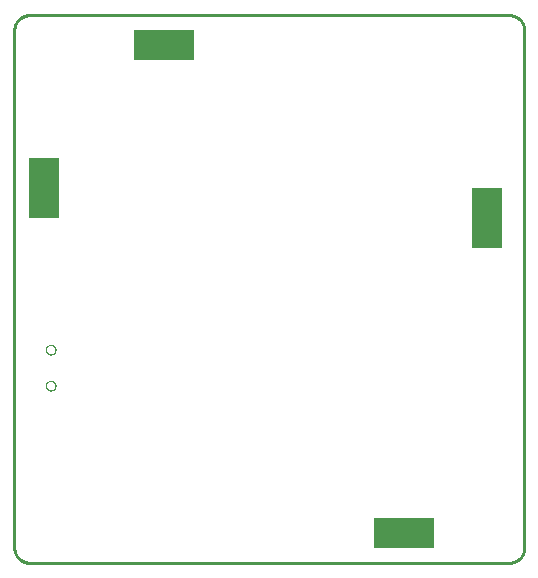
<source format=gbp>
G75*
%MOIN*%
%OFA0B0*%
%FSLAX25Y25*%
%IPPOS*%
%LPD*%
%AMOC8*
5,1,8,0,0,1.08239X$1,22.5*
%
%ADD10C,0.01000*%
%ADD11R,0.20000X0.10000*%
%ADD12R,0.10000X0.20000*%
%ADD13C,0.00000*%
D10*
X0008000Y0006500D02*
X0008000Y0179000D01*
X0008002Y0179140D01*
X0008008Y0179280D01*
X0008018Y0179420D01*
X0008031Y0179560D01*
X0008049Y0179699D01*
X0008071Y0179838D01*
X0008096Y0179975D01*
X0008125Y0180113D01*
X0008158Y0180249D01*
X0008195Y0180384D01*
X0008236Y0180518D01*
X0008281Y0180651D01*
X0008329Y0180783D01*
X0008381Y0180913D01*
X0008436Y0181042D01*
X0008495Y0181169D01*
X0008558Y0181295D01*
X0008624Y0181419D01*
X0008693Y0181540D01*
X0008766Y0181660D01*
X0008843Y0181778D01*
X0008922Y0181893D01*
X0009005Y0182007D01*
X0009091Y0182117D01*
X0009180Y0182226D01*
X0009272Y0182332D01*
X0009367Y0182435D01*
X0009464Y0182536D01*
X0009565Y0182633D01*
X0009668Y0182728D01*
X0009774Y0182820D01*
X0009883Y0182909D01*
X0009993Y0182995D01*
X0010107Y0183078D01*
X0010222Y0183157D01*
X0010340Y0183234D01*
X0010460Y0183307D01*
X0010581Y0183376D01*
X0010705Y0183442D01*
X0010831Y0183505D01*
X0010958Y0183564D01*
X0011087Y0183619D01*
X0011217Y0183671D01*
X0011349Y0183719D01*
X0011482Y0183764D01*
X0011616Y0183805D01*
X0011751Y0183842D01*
X0011887Y0183875D01*
X0012025Y0183904D01*
X0012162Y0183929D01*
X0012301Y0183951D01*
X0012440Y0183969D01*
X0012580Y0183982D01*
X0012720Y0183992D01*
X0012860Y0183998D01*
X0013000Y0184000D01*
X0173000Y0184000D01*
X0173140Y0183998D01*
X0173280Y0183992D01*
X0173420Y0183982D01*
X0173560Y0183969D01*
X0173699Y0183951D01*
X0173838Y0183929D01*
X0173975Y0183904D01*
X0174113Y0183875D01*
X0174249Y0183842D01*
X0174384Y0183805D01*
X0174518Y0183764D01*
X0174651Y0183719D01*
X0174783Y0183671D01*
X0174913Y0183619D01*
X0175042Y0183564D01*
X0175169Y0183505D01*
X0175295Y0183442D01*
X0175419Y0183376D01*
X0175540Y0183307D01*
X0175660Y0183234D01*
X0175778Y0183157D01*
X0175893Y0183078D01*
X0176007Y0182995D01*
X0176117Y0182909D01*
X0176226Y0182820D01*
X0176332Y0182728D01*
X0176435Y0182633D01*
X0176536Y0182536D01*
X0176633Y0182435D01*
X0176728Y0182332D01*
X0176820Y0182226D01*
X0176909Y0182117D01*
X0176995Y0182007D01*
X0177078Y0181893D01*
X0177157Y0181778D01*
X0177234Y0181660D01*
X0177307Y0181540D01*
X0177376Y0181419D01*
X0177442Y0181295D01*
X0177505Y0181169D01*
X0177564Y0181042D01*
X0177619Y0180913D01*
X0177671Y0180783D01*
X0177719Y0180651D01*
X0177764Y0180518D01*
X0177805Y0180384D01*
X0177842Y0180249D01*
X0177875Y0180113D01*
X0177904Y0179975D01*
X0177929Y0179838D01*
X0177951Y0179699D01*
X0177969Y0179560D01*
X0177982Y0179420D01*
X0177992Y0179280D01*
X0177998Y0179140D01*
X0178000Y0179000D01*
X0178000Y0006500D01*
X0177998Y0006360D01*
X0177992Y0006220D01*
X0177982Y0006080D01*
X0177969Y0005940D01*
X0177951Y0005801D01*
X0177929Y0005662D01*
X0177904Y0005525D01*
X0177875Y0005387D01*
X0177842Y0005251D01*
X0177805Y0005116D01*
X0177764Y0004982D01*
X0177719Y0004849D01*
X0177671Y0004717D01*
X0177619Y0004587D01*
X0177564Y0004458D01*
X0177505Y0004331D01*
X0177442Y0004205D01*
X0177376Y0004081D01*
X0177307Y0003960D01*
X0177234Y0003840D01*
X0177157Y0003722D01*
X0177078Y0003607D01*
X0176995Y0003493D01*
X0176909Y0003383D01*
X0176820Y0003274D01*
X0176728Y0003168D01*
X0176633Y0003065D01*
X0176536Y0002964D01*
X0176435Y0002867D01*
X0176332Y0002772D01*
X0176226Y0002680D01*
X0176117Y0002591D01*
X0176007Y0002505D01*
X0175893Y0002422D01*
X0175778Y0002343D01*
X0175660Y0002266D01*
X0175540Y0002193D01*
X0175419Y0002124D01*
X0175295Y0002058D01*
X0175169Y0001995D01*
X0175042Y0001936D01*
X0174913Y0001881D01*
X0174783Y0001829D01*
X0174651Y0001781D01*
X0174518Y0001736D01*
X0174384Y0001695D01*
X0174249Y0001658D01*
X0174113Y0001625D01*
X0173975Y0001596D01*
X0173838Y0001571D01*
X0173699Y0001549D01*
X0173560Y0001531D01*
X0173420Y0001518D01*
X0173280Y0001508D01*
X0173140Y0001502D01*
X0173000Y0001500D01*
X0013000Y0001500D01*
X0012860Y0001502D01*
X0012720Y0001508D01*
X0012580Y0001518D01*
X0012440Y0001531D01*
X0012301Y0001549D01*
X0012162Y0001571D01*
X0012025Y0001596D01*
X0011887Y0001625D01*
X0011751Y0001658D01*
X0011616Y0001695D01*
X0011482Y0001736D01*
X0011349Y0001781D01*
X0011217Y0001829D01*
X0011087Y0001881D01*
X0010958Y0001936D01*
X0010831Y0001995D01*
X0010705Y0002058D01*
X0010581Y0002124D01*
X0010460Y0002193D01*
X0010340Y0002266D01*
X0010222Y0002343D01*
X0010107Y0002422D01*
X0009993Y0002505D01*
X0009883Y0002591D01*
X0009774Y0002680D01*
X0009668Y0002772D01*
X0009565Y0002867D01*
X0009464Y0002964D01*
X0009367Y0003065D01*
X0009272Y0003168D01*
X0009180Y0003274D01*
X0009091Y0003383D01*
X0009005Y0003493D01*
X0008922Y0003607D01*
X0008843Y0003722D01*
X0008766Y0003840D01*
X0008693Y0003960D01*
X0008624Y0004081D01*
X0008558Y0004205D01*
X0008495Y0004331D01*
X0008436Y0004458D01*
X0008381Y0004587D01*
X0008329Y0004717D01*
X0008281Y0004849D01*
X0008236Y0004982D01*
X0008195Y0005116D01*
X0008158Y0005251D01*
X0008125Y0005387D01*
X0008096Y0005525D01*
X0008071Y0005662D01*
X0008049Y0005801D01*
X0008031Y0005940D01*
X0008018Y0006080D01*
X0008008Y0006220D01*
X0008002Y0006360D01*
X0008000Y0006500D01*
D11*
X0138000Y0011500D03*
X0058000Y0174000D03*
D12*
X0018000Y0126500D03*
X0165500Y0116500D03*
D13*
X0018526Y0072500D02*
X0018528Y0072580D01*
X0018534Y0072659D01*
X0018544Y0072738D01*
X0018558Y0072817D01*
X0018575Y0072895D01*
X0018597Y0072972D01*
X0018622Y0073047D01*
X0018652Y0073121D01*
X0018684Y0073194D01*
X0018721Y0073265D01*
X0018761Y0073334D01*
X0018804Y0073401D01*
X0018851Y0073466D01*
X0018900Y0073528D01*
X0018953Y0073588D01*
X0019009Y0073645D01*
X0019067Y0073700D01*
X0019128Y0073751D01*
X0019192Y0073799D01*
X0019258Y0073844D01*
X0019326Y0073886D01*
X0019396Y0073924D01*
X0019468Y0073958D01*
X0019541Y0073989D01*
X0019616Y0074017D01*
X0019693Y0074040D01*
X0019770Y0074060D01*
X0019848Y0074076D01*
X0019927Y0074088D01*
X0020006Y0074096D01*
X0020086Y0074100D01*
X0020166Y0074100D01*
X0020246Y0074096D01*
X0020325Y0074088D01*
X0020404Y0074076D01*
X0020482Y0074060D01*
X0020559Y0074040D01*
X0020636Y0074017D01*
X0020711Y0073989D01*
X0020784Y0073958D01*
X0020856Y0073924D01*
X0020926Y0073886D01*
X0020994Y0073844D01*
X0021060Y0073799D01*
X0021124Y0073751D01*
X0021185Y0073700D01*
X0021243Y0073645D01*
X0021299Y0073588D01*
X0021352Y0073528D01*
X0021401Y0073466D01*
X0021448Y0073401D01*
X0021491Y0073334D01*
X0021531Y0073265D01*
X0021568Y0073194D01*
X0021600Y0073121D01*
X0021630Y0073047D01*
X0021655Y0072972D01*
X0021677Y0072895D01*
X0021694Y0072817D01*
X0021708Y0072738D01*
X0021718Y0072659D01*
X0021724Y0072580D01*
X0021726Y0072500D01*
X0021724Y0072420D01*
X0021718Y0072341D01*
X0021708Y0072262D01*
X0021694Y0072183D01*
X0021677Y0072105D01*
X0021655Y0072028D01*
X0021630Y0071953D01*
X0021600Y0071879D01*
X0021568Y0071806D01*
X0021531Y0071735D01*
X0021491Y0071666D01*
X0021448Y0071599D01*
X0021401Y0071534D01*
X0021352Y0071472D01*
X0021299Y0071412D01*
X0021243Y0071355D01*
X0021185Y0071300D01*
X0021124Y0071249D01*
X0021060Y0071201D01*
X0020994Y0071156D01*
X0020926Y0071114D01*
X0020856Y0071076D01*
X0020784Y0071042D01*
X0020711Y0071011D01*
X0020636Y0070983D01*
X0020559Y0070960D01*
X0020482Y0070940D01*
X0020404Y0070924D01*
X0020325Y0070912D01*
X0020246Y0070904D01*
X0020166Y0070900D01*
X0020086Y0070900D01*
X0020006Y0070904D01*
X0019927Y0070912D01*
X0019848Y0070924D01*
X0019770Y0070940D01*
X0019693Y0070960D01*
X0019616Y0070983D01*
X0019541Y0071011D01*
X0019468Y0071042D01*
X0019396Y0071076D01*
X0019326Y0071114D01*
X0019258Y0071156D01*
X0019192Y0071201D01*
X0019128Y0071249D01*
X0019067Y0071300D01*
X0019009Y0071355D01*
X0018953Y0071412D01*
X0018900Y0071472D01*
X0018851Y0071534D01*
X0018804Y0071599D01*
X0018761Y0071666D01*
X0018721Y0071735D01*
X0018684Y0071806D01*
X0018652Y0071879D01*
X0018622Y0071953D01*
X0018597Y0072028D01*
X0018575Y0072105D01*
X0018558Y0072183D01*
X0018544Y0072262D01*
X0018534Y0072341D01*
X0018528Y0072420D01*
X0018526Y0072500D01*
X0018526Y0060500D02*
X0018528Y0060580D01*
X0018534Y0060659D01*
X0018544Y0060738D01*
X0018558Y0060817D01*
X0018575Y0060895D01*
X0018597Y0060972D01*
X0018622Y0061047D01*
X0018652Y0061121D01*
X0018684Y0061194D01*
X0018721Y0061265D01*
X0018761Y0061334D01*
X0018804Y0061401D01*
X0018851Y0061466D01*
X0018900Y0061528D01*
X0018953Y0061588D01*
X0019009Y0061645D01*
X0019067Y0061700D01*
X0019128Y0061751D01*
X0019192Y0061799D01*
X0019258Y0061844D01*
X0019326Y0061886D01*
X0019396Y0061924D01*
X0019468Y0061958D01*
X0019541Y0061989D01*
X0019616Y0062017D01*
X0019693Y0062040D01*
X0019770Y0062060D01*
X0019848Y0062076D01*
X0019927Y0062088D01*
X0020006Y0062096D01*
X0020086Y0062100D01*
X0020166Y0062100D01*
X0020246Y0062096D01*
X0020325Y0062088D01*
X0020404Y0062076D01*
X0020482Y0062060D01*
X0020559Y0062040D01*
X0020636Y0062017D01*
X0020711Y0061989D01*
X0020784Y0061958D01*
X0020856Y0061924D01*
X0020926Y0061886D01*
X0020994Y0061844D01*
X0021060Y0061799D01*
X0021124Y0061751D01*
X0021185Y0061700D01*
X0021243Y0061645D01*
X0021299Y0061588D01*
X0021352Y0061528D01*
X0021401Y0061466D01*
X0021448Y0061401D01*
X0021491Y0061334D01*
X0021531Y0061265D01*
X0021568Y0061194D01*
X0021600Y0061121D01*
X0021630Y0061047D01*
X0021655Y0060972D01*
X0021677Y0060895D01*
X0021694Y0060817D01*
X0021708Y0060738D01*
X0021718Y0060659D01*
X0021724Y0060580D01*
X0021726Y0060500D01*
X0021724Y0060420D01*
X0021718Y0060341D01*
X0021708Y0060262D01*
X0021694Y0060183D01*
X0021677Y0060105D01*
X0021655Y0060028D01*
X0021630Y0059953D01*
X0021600Y0059879D01*
X0021568Y0059806D01*
X0021531Y0059735D01*
X0021491Y0059666D01*
X0021448Y0059599D01*
X0021401Y0059534D01*
X0021352Y0059472D01*
X0021299Y0059412D01*
X0021243Y0059355D01*
X0021185Y0059300D01*
X0021124Y0059249D01*
X0021060Y0059201D01*
X0020994Y0059156D01*
X0020926Y0059114D01*
X0020856Y0059076D01*
X0020784Y0059042D01*
X0020711Y0059011D01*
X0020636Y0058983D01*
X0020559Y0058960D01*
X0020482Y0058940D01*
X0020404Y0058924D01*
X0020325Y0058912D01*
X0020246Y0058904D01*
X0020166Y0058900D01*
X0020086Y0058900D01*
X0020006Y0058904D01*
X0019927Y0058912D01*
X0019848Y0058924D01*
X0019770Y0058940D01*
X0019693Y0058960D01*
X0019616Y0058983D01*
X0019541Y0059011D01*
X0019468Y0059042D01*
X0019396Y0059076D01*
X0019326Y0059114D01*
X0019258Y0059156D01*
X0019192Y0059201D01*
X0019128Y0059249D01*
X0019067Y0059300D01*
X0019009Y0059355D01*
X0018953Y0059412D01*
X0018900Y0059472D01*
X0018851Y0059534D01*
X0018804Y0059599D01*
X0018761Y0059666D01*
X0018721Y0059735D01*
X0018684Y0059806D01*
X0018652Y0059879D01*
X0018622Y0059953D01*
X0018597Y0060028D01*
X0018575Y0060105D01*
X0018558Y0060183D01*
X0018544Y0060262D01*
X0018534Y0060341D01*
X0018528Y0060420D01*
X0018526Y0060500D01*
M02*

</source>
